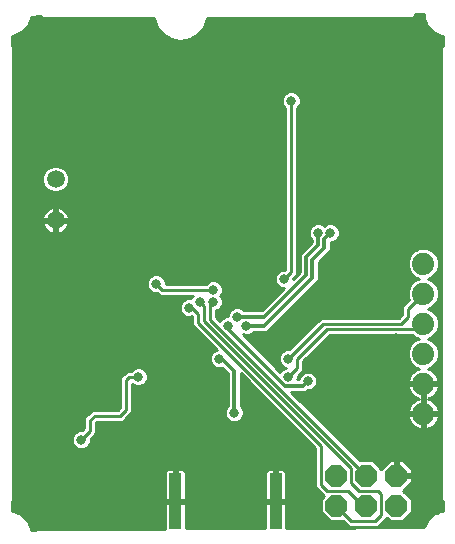
<source format=gbl>
G75*
G70*
%OFA0B0*%
%FSLAX24Y24*%
%IPPOS*%
%LPD*%
%AMOC8*
5,1,8,0,0,1.08239X$1,22.5*
%
%ADD10OC8,0.0740*%
%ADD11C,0.0740*%
%ADD12R,0.0394X0.1870*%
%ADD13C,0.0594*%
%ADD14C,0.0320*%
%ADD15C,0.0100*%
%ADD16C,0.0120*%
D10*
X017387Y005846D03*
X018387Y005846D03*
X019387Y005846D03*
X019387Y006846D03*
X018387Y006846D03*
X017387Y006846D03*
D11*
X020287Y008915D03*
X020287Y009915D03*
X020287Y010915D03*
X020287Y011915D03*
X020287Y012915D03*
X020287Y013915D03*
D12*
X015360Y005991D03*
X012014Y005991D03*
D13*
X008026Y015357D03*
X008026Y016735D03*
D14*
X008887Y018346D03*
X009387Y018346D03*
X009887Y018346D03*
X011187Y020446D03*
X011987Y020646D03*
X011987Y020146D03*
X012487Y020646D03*
X012487Y021146D03*
X011987Y021146D03*
X012987Y019246D03*
X012987Y018546D03*
X012987Y017846D03*
X012987Y017146D03*
X012987Y016446D03*
X013687Y016446D03*
X014387Y016446D03*
X015087Y016446D03*
X015087Y017146D03*
X014387Y017146D03*
X014387Y017846D03*
X015087Y017846D03*
X015087Y018546D03*
X014387Y018546D03*
X013687Y018546D03*
X013687Y017846D03*
X013687Y017146D03*
X011987Y016746D03*
X013687Y019246D03*
X014387Y019246D03*
X015087Y019246D03*
X015387Y020146D03*
X015387Y020646D03*
X015387Y021146D03*
X014887Y021146D03*
X014887Y021646D03*
X015887Y019346D03*
X016487Y019346D03*
X016487Y018646D03*
X016487Y017946D03*
X016487Y017246D03*
X016487Y016546D03*
X017187Y016546D03*
X017187Y017246D03*
X017187Y017946D03*
X017887Y017946D03*
X017887Y017246D03*
X017887Y016546D03*
X018587Y016546D03*
X018587Y017246D03*
X018587Y017946D03*
X018587Y018646D03*
X017887Y018646D03*
X017887Y019346D03*
X017187Y019346D03*
X017187Y018646D03*
X019387Y018196D03*
X017187Y014946D03*
X016787Y014946D03*
X016987Y013546D03*
X015637Y013396D03*
X014387Y012546D03*
X014087Y012146D03*
X013787Y011846D03*
X013287Y012646D03*
X013287Y013046D03*
X012837Y012646D03*
X012487Y012446D03*
X012487Y011546D03*
X013487Y010746D03*
X014387Y011846D03*
X015787Y010746D03*
X015787Y010146D03*
X016437Y009996D03*
X015137Y008646D03*
X014887Y007846D03*
X015687Y007346D03*
X015987Y006746D03*
X015987Y006246D03*
X015987Y005746D03*
X015987Y005246D03*
X012987Y008146D03*
X012287Y008146D03*
X011587Y008146D03*
X011387Y006746D03*
X011387Y006246D03*
X011387Y005746D03*
X011387Y005246D03*
X009487Y008246D03*
X008887Y008046D03*
X007887Y007646D03*
X006987Y007146D03*
X008887Y009746D03*
X010787Y010146D03*
X010987Y011046D03*
X011387Y013246D03*
X013987Y008946D03*
X018937Y014796D03*
X019387Y012846D03*
X019387Y012346D03*
X019387Y011446D03*
X019387Y010746D03*
X019587Y021946D03*
X016987Y021946D03*
D15*
X006587Y006008D02*
X006587Y005668D01*
X006615Y005668D01*
X006887Y005555D01*
X007096Y005347D01*
X007208Y005075D01*
X007208Y005051D01*
X007555Y005053D01*
X007585Y005082D01*
X007587Y005082D01*
X007588Y005084D01*
X007651Y005082D01*
X011667Y005082D01*
X011667Y005943D01*
X011965Y005943D01*
X011965Y006040D01*
X011965Y007076D01*
X011797Y007076D01*
X011759Y007066D01*
X011725Y007046D01*
X011697Y007018D01*
X011677Y006984D01*
X011667Y006946D01*
X011667Y006040D01*
X011965Y006040D01*
X012062Y006040D01*
X012062Y007076D01*
X012230Y007076D01*
X012268Y007066D01*
X012303Y007046D01*
X012330Y007018D01*
X012350Y006984D01*
X012360Y006946D01*
X012360Y006040D01*
X012062Y006040D01*
X012062Y005943D01*
X012360Y005943D01*
X012360Y005086D01*
X015013Y005105D01*
X015013Y005943D01*
X015312Y005943D01*
X015312Y006040D01*
X015312Y007076D01*
X015143Y007076D01*
X015105Y007066D01*
X015071Y007046D01*
X015043Y007018D01*
X015023Y006984D01*
X015013Y006946D01*
X015013Y006040D01*
X015312Y006040D01*
X015408Y006040D01*
X015408Y007076D01*
X015577Y007076D01*
X015615Y007066D01*
X015649Y007046D01*
X015677Y007018D01*
X015697Y006984D01*
X015707Y006946D01*
X015707Y006040D01*
X015408Y006040D01*
X015408Y005943D01*
X015707Y005943D01*
X015707Y005110D01*
X020322Y005142D01*
X020407Y005347D01*
X020615Y005555D01*
X020888Y005668D01*
X020936Y005668D01*
X020936Y005987D01*
X020924Y006000D01*
X020880Y006044D01*
X020880Y006046D01*
X020879Y006047D01*
X020880Y006110D01*
X020880Y021068D01*
X020879Y021130D01*
X020880Y021132D01*
X020880Y021133D01*
X020924Y021178D01*
X020936Y021190D01*
X020936Y021510D01*
X020888Y021510D01*
X020615Y021622D01*
X020407Y021831D01*
X020294Y022103D01*
X020294Y022242D01*
X020009Y022240D01*
X020009Y022186D01*
X020008Y022185D01*
X020007Y022183D01*
X019962Y022140D01*
X019918Y022095D01*
X019916Y022095D01*
X019915Y022094D01*
X019852Y022095D01*
X013074Y022095D01*
X013074Y022090D01*
X012968Y021798D01*
X012968Y021798D01*
X012768Y021559D01*
X012768Y021559D01*
X012498Y021403D01*
X012191Y021349D01*
X011884Y021403D01*
X011614Y021559D01*
X011614Y021559D01*
X011414Y021798D01*
X011414Y021798D01*
X011307Y022090D01*
X011307Y022095D01*
X007651Y022095D01*
X007588Y022094D01*
X007587Y022095D01*
X007585Y022095D01*
X007540Y022140D01*
X007527Y022153D01*
X007208Y022151D01*
X007208Y022103D01*
X007096Y021831D01*
X006887Y021622D01*
X006615Y021510D01*
X006587Y021510D01*
X006587Y021169D01*
X006623Y021133D01*
X006623Y021132D01*
X006624Y021130D01*
X006623Y021068D01*
X006623Y006110D01*
X006624Y006047D01*
X006623Y006046D01*
X006623Y006044D01*
X006587Y006008D01*
X006590Y006012D02*
X011965Y006012D01*
X012062Y006012D02*
X015312Y006012D01*
X015408Y006012D02*
X016867Y006012D01*
X016867Y006062D02*
X016867Y005631D01*
X017171Y005326D01*
X017602Y005326D01*
X017613Y005337D01*
X017687Y005263D01*
X017804Y005146D01*
X018770Y005146D01*
X019061Y005437D01*
X019171Y005326D01*
X019602Y005326D01*
X019907Y005631D01*
X019907Y006062D01*
X019622Y006346D01*
X019907Y006631D01*
X019907Y006796D01*
X019437Y006796D01*
X019437Y006896D01*
X019907Y006896D01*
X019907Y007062D01*
X019602Y007366D01*
X019437Y007366D01*
X019437Y006896D01*
X019337Y006896D01*
X019337Y007366D01*
X019171Y007366D01*
X018887Y007082D01*
X018602Y007366D01*
X018171Y007366D01*
X018161Y007355D01*
X015880Y009636D01*
X016374Y009636D01*
X016424Y009686D01*
X016498Y009686D01*
X016612Y009733D01*
X016700Y009821D01*
X016747Y009935D01*
X016747Y010058D01*
X016700Y010172D01*
X016612Y010259D01*
X016498Y010306D01*
X016375Y010306D01*
X016261Y010259D01*
X016174Y010172D01*
X016127Y010058D01*
X016127Y010056D01*
X016085Y010056D01*
X016097Y010085D01*
X016097Y010173D01*
X016170Y010246D01*
X016287Y010363D01*
X016287Y010663D01*
X017170Y011546D01*
X019920Y011546D01*
X019992Y011474D01*
X020135Y011415D01*
X019992Y011356D01*
X019846Y011209D01*
X019767Y011018D01*
X019767Y010811D01*
X019846Y010620D01*
X019992Y010474D01*
X020139Y010413D01*
X020087Y010397D01*
X020014Y010360D01*
X019948Y010311D01*
X019890Y010254D01*
X019842Y010187D01*
X019805Y010114D01*
X019780Y010037D01*
X019768Y009965D01*
X020237Y009965D01*
X020237Y009865D01*
X019768Y009865D01*
X019780Y009793D01*
X019805Y009715D01*
X019842Y009642D01*
X019890Y009576D01*
X019948Y009518D01*
X020014Y009470D01*
X020087Y009433D01*
X020143Y009415D01*
X020087Y009397D01*
X020014Y009360D01*
X019948Y009311D01*
X019890Y009254D01*
X019842Y009187D01*
X019805Y009114D01*
X019780Y009037D01*
X019768Y008965D01*
X020237Y008965D01*
X020237Y009433D01*
X020237Y009865D01*
X020337Y009865D01*
X020337Y009965D01*
X020805Y009965D01*
X020794Y010037D01*
X020769Y010114D01*
X020732Y010187D01*
X020683Y010254D01*
X020626Y010311D01*
X020559Y010360D01*
X020486Y010397D01*
X020435Y010413D01*
X020581Y010474D01*
X020728Y010620D01*
X020807Y010811D01*
X020807Y011018D01*
X020728Y011209D01*
X020581Y011356D01*
X020439Y011415D01*
X020581Y011474D01*
X020728Y011620D01*
X020807Y011811D01*
X020807Y012018D01*
X020728Y012209D01*
X020581Y012356D01*
X020439Y012415D01*
X020581Y012474D01*
X020728Y012620D01*
X020807Y012811D01*
X020807Y013018D01*
X020728Y013209D01*
X020581Y013356D01*
X020439Y013415D01*
X020581Y013474D01*
X020728Y013620D01*
X020807Y013811D01*
X020807Y014018D01*
X020728Y014209D01*
X020581Y014356D01*
X020390Y014435D01*
X020183Y014435D01*
X019992Y014356D01*
X019846Y014209D01*
X019767Y014018D01*
X019767Y013811D01*
X019846Y013620D01*
X019992Y013474D01*
X020135Y013415D01*
X019992Y013356D01*
X019846Y013209D01*
X019767Y013018D01*
X019767Y012811D01*
X019806Y012717D01*
X019587Y012498D01*
X019587Y012229D01*
X019472Y012115D01*
X016872Y012115D01*
X015814Y011056D01*
X015725Y011056D01*
X015611Y011009D01*
X015524Y010922D01*
X015477Y010808D01*
X015477Y010685D01*
X015524Y010571D01*
X015611Y010483D01*
X015701Y010446D01*
X015611Y010409D01*
X015524Y010322D01*
X015519Y010311D01*
X014272Y011558D01*
X014325Y011536D01*
X014448Y011536D01*
X014562Y011583D01*
X014615Y011636D01*
X015074Y011636D01*
X016674Y013236D01*
X016797Y013359D01*
X016797Y013959D01*
X017074Y014236D01*
X017197Y014359D01*
X017197Y014636D01*
X017248Y014636D01*
X017362Y014683D01*
X017450Y014771D01*
X017497Y014885D01*
X017497Y015008D01*
X017450Y015122D01*
X017362Y015209D01*
X017248Y015256D01*
X017125Y015256D01*
X017011Y015209D01*
X016987Y015185D01*
X016962Y015209D01*
X016848Y015256D01*
X016725Y015256D01*
X016611Y015209D01*
X016524Y015122D01*
X016477Y015008D01*
X016477Y014885D01*
X016524Y014771D01*
X016577Y014718D01*
X016577Y014633D01*
X016300Y014356D01*
X016177Y014233D01*
X016177Y013633D01*
X015947Y013403D01*
X015947Y013423D01*
X015970Y013446D01*
X016087Y013563D01*
X016087Y019108D01*
X016150Y019171D01*
X016197Y019285D01*
X016197Y019408D01*
X016150Y019522D01*
X016062Y019609D01*
X015948Y019656D01*
X015825Y019656D01*
X015711Y019609D01*
X015624Y019522D01*
X015577Y019408D01*
X015577Y019285D01*
X015624Y019171D01*
X015687Y019108D01*
X015687Y013729D01*
X015664Y013706D01*
X015575Y013706D01*
X015461Y013659D01*
X015374Y013572D01*
X015327Y013458D01*
X015327Y013335D01*
X015374Y013221D01*
X015461Y013133D01*
X015575Y013086D01*
X015630Y013086D01*
X014900Y012356D01*
X014315Y012356D01*
X014262Y012409D01*
X014148Y012456D01*
X014025Y012456D01*
X013911Y012409D01*
X013824Y012322D01*
X013777Y012208D01*
X013777Y012156D01*
X013725Y012156D01*
X013611Y012109D01*
X013524Y012022D01*
X013515Y012001D01*
X013387Y012129D01*
X013387Y012352D01*
X013462Y012383D01*
X013550Y012471D01*
X013597Y012585D01*
X013597Y012708D01*
X013550Y012822D01*
X013525Y012846D01*
X013550Y012871D01*
X013597Y012985D01*
X013597Y013108D01*
X013550Y013222D01*
X013462Y013309D01*
X013348Y013356D01*
X013225Y013356D01*
X013111Y013309D01*
X013048Y013246D01*
X011697Y013246D01*
X011697Y013308D01*
X011650Y013422D01*
X011562Y013509D01*
X011448Y013556D01*
X011325Y013556D01*
X011211Y013509D01*
X011124Y013422D01*
X011077Y013308D01*
X011077Y013185D01*
X011124Y013071D01*
X011211Y012983D01*
X011325Y012936D01*
X011414Y012936D01*
X011504Y012846D01*
X012598Y012846D01*
X012574Y012822D01*
X012547Y012756D01*
X012425Y012756D01*
X012311Y012709D01*
X012224Y012622D01*
X012177Y012508D01*
X012177Y012385D01*
X012224Y012271D01*
X012311Y012183D01*
X012425Y012136D01*
X012548Y012136D01*
X012587Y012152D01*
X012587Y011863D01*
X012704Y011746D01*
X013403Y011047D01*
X013311Y011009D01*
X013224Y010922D01*
X013177Y010808D01*
X013177Y010685D01*
X013224Y010571D01*
X013311Y010483D01*
X013425Y010436D01*
X013548Y010436D01*
X013585Y010451D01*
X013777Y010259D01*
X013777Y009175D01*
X013724Y009122D01*
X013677Y009008D01*
X013677Y008885D01*
X013724Y008771D01*
X013811Y008683D01*
X013925Y008636D01*
X014048Y008636D01*
X014162Y008683D01*
X014250Y008771D01*
X014297Y008885D01*
X014297Y009008D01*
X014250Y009122D01*
X014197Y009175D01*
X014197Y010253D01*
X016687Y007763D01*
X016687Y006463D01*
X016887Y006263D01*
X016978Y006173D01*
X016867Y006062D01*
X016915Y006110D02*
X015707Y006110D01*
X015707Y006209D02*
X016941Y006209D01*
X016843Y006307D02*
X015707Y006307D01*
X015707Y006406D02*
X016744Y006406D01*
X016687Y006504D02*
X015707Y006504D01*
X015707Y006603D02*
X016687Y006603D01*
X016687Y006701D02*
X015707Y006701D01*
X015707Y006800D02*
X016687Y006800D01*
X016687Y006898D02*
X015707Y006898D01*
X015689Y006997D02*
X016687Y006997D01*
X016687Y007095D02*
X006623Y007095D01*
X006623Y006997D02*
X011684Y006997D01*
X011667Y006898D02*
X006623Y006898D01*
X006623Y006800D02*
X011667Y006800D01*
X011667Y006701D02*
X006623Y006701D01*
X006623Y006603D02*
X011667Y006603D01*
X011667Y006504D02*
X006623Y006504D01*
X006623Y006406D02*
X011667Y006406D01*
X011667Y006307D02*
X006623Y006307D01*
X006623Y006209D02*
X011667Y006209D01*
X011667Y006110D02*
X006623Y006110D01*
X006587Y005913D02*
X011667Y005913D01*
X011667Y005815D02*
X006587Y005815D01*
X006587Y005716D02*
X011667Y005716D01*
X011667Y005618D02*
X006736Y005618D01*
X006923Y005519D02*
X011667Y005519D01*
X011667Y005421D02*
X007022Y005421D01*
X007106Y005322D02*
X011667Y005322D01*
X011667Y005224D02*
X007147Y005224D01*
X007188Y005125D02*
X011667Y005125D01*
X012360Y005125D02*
X015013Y005125D01*
X015013Y005224D02*
X012360Y005224D01*
X012360Y005322D02*
X015013Y005322D01*
X015013Y005421D02*
X012360Y005421D01*
X012360Y005519D02*
X015013Y005519D01*
X015013Y005618D02*
X012360Y005618D01*
X012360Y005716D02*
X015013Y005716D01*
X015013Y005815D02*
X012360Y005815D01*
X012360Y005913D02*
X015013Y005913D01*
X015013Y006110D02*
X012360Y006110D01*
X012360Y006209D02*
X015013Y006209D01*
X015013Y006307D02*
X012360Y006307D01*
X012360Y006406D02*
X015013Y006406D01*
X015013Y006504D02*
X012360Y006504D01*
X012360Y006603D02*
X015013Y006603D01*
X015013Y006701D02*
X012360Y006701D01*
X012360Y006800D02*
X015013Y006800D01*
X015013Y006898D02*
X012360Y006898D01*
X012343Y006997D02*
X015031Y006997D01*
X015312Y006997D02*
X015408Y006997D01*
X015408Y006898D02*
X015312Y006898D01*
X015312Y006800D02*
X015408Y006800D01*
X015408Y006701D02*
X015312Y006701D01*
X015312Y006603D02*
X015408Y006603D01*
X015408Y006504D02*
X015312Y006504D01*
X015312Y006406D02*
X015408Y006406D01*
X015408Y006307D02*
X015312Y006307D01*
X015312Y006209D02*
X015408Y006209D01*
X015408Y006110D02*
X015312Y006110D01*
X015707Y005913D02*
X016867Y005913D01*
X016867Y005815D02*
X015707Y005815D01*
X015707Y005716D02*
X016867Y005716D01*
X016880Y005618D02*
X015707Y005618D01*
X015707Y005519D02*
X016978Y005519D01*
X017077Y005421D02*
X015707Y005421D01*
X015707Y005322D02*
X017628Y005322D01*
X017726Y005224D02*
X015707Y005224D01*
X015707Y005125D02*
X017924Y005125D01*
X017887Y005346D02*
X018687Y005346D01*
X018887Y005546D01*
X018887Y006246D01*
X018787Y006346D01*
X018137Y006346D01*
X017887Y006596D01*
X017887Y007096D01*
X012987Y011996D01*
X012987Y012496D01*
X012837Y012646D01*
X012568Y012808D02*
X006623Y012808D01*
X006623Y012710D02*
X012313Y012710D01*
X012220Y012611D02*
X006623Y012611D01*
X006623Y012513D02*
X012179Y012513D01*
X012177Y012414D02*
X006623Y012414D01*
X006623Y012316D02*
X012205Y012316D01*
X012277Y012217D02*
X006623Y012217D01*
X006623Y012119D02*
X012587Y012119D01*
X012587Y012020D02*
X006623Y012020D01*
X006623Y011922D02*
X012587Y011922D01*
X012627Y011823D02*
X006623Y011823D01*
X006623Y011725D02*
X012725Y011725D01*
X012824Y011626D02*
X006623Y011626D01*
X006623Y011528D02*
X012922Y011528D01*
X013021Y011429D02*
X006623Y011429D01*
X006623Y011331D02*
X013119Y011331D01*
X013218Y011232D02*
X006623Y011232D01*
X006623Y011134D02*
X013316Y011134D01*
X013375Y011035D02*
X006623Y011035D01*
X006623Y010937D02*
X013239Y010937D01*
X013189Y010838D02*
X006623Y010838D01*
X006623Y010740D02*
X013177Y010740D01*
X013195Y010641D02*
X006623Y010641D01*
X006623Y010543D02*
X013252Y010543D01*
X013406Y010444D02*
X010877Y010444D01*
X010848Y010456D02*
X010725Y010456D01*
X010611Y010409D01*
X010548Y010346D01*
X010404Y010346D01*
X010304Y010246D01*
X010187Y010129D01*
X010187Y009129D01*
X010104Y009046D01*
X009245Y009046D01*
X009104Y008905D01*
X008987Y008788D01*
X008987Y008429D01*
X008914Y008356D01*
X008825Y008356D01*
X008711Y008309D01*
X008624Y008222D01*
X008577Y008108D01*
X008577Y007985D01*
X008624Y007871D01*
X008711Y007783D01*
X008825Y007736D01*
X008948Y007736D01*
X009062Y007783D01*
X009150Y007871D01*
X009197Y007985D01*
X009197Y008073D01*
X009387Y008263D01*
X009387Y008622D01*
X009411Y008646D01*
X010270Y008646D01*
X010387Y008763D01*
X010587Y008963D01*
X010587Y009908D01*
X010611Y009883D01*
X010725Y009836D01*
X010848Y009836D01*
X010962Y009883D01*
X011050Y009971D01*
X011097Y010085D01*
X011097Y010208D01*
X011050Y010322D01*
X010962Y010409D01*
X010848Y010456D01*
X010696Y010444D02*
X006623Y010444D01*
X006623Y010346D02*
X010403Y010346D01*
X010305Y010247D02*
X006623Y010247D01*
X006623Y010149D02*
X010206Y010149D01*
X010187Y010050D02*
X006623Y010050D01*
X006623Y009952D02*
X010187Y009952D01*
X010187Y009853D02*
X006623Y009853D01*
X006623Y009755D02*
X010187Y009755D01*
X010187Y009656D02*
X006623Y009656D01*
X006623Y009558D02*
X010187Y009558D01*
X010187Y009459D02*
X006623Y009459D01*
X006623Y009361D02*
X010187Y009361D01*
X010187Y009262D02*
X006623Y009262D01*
X006623Y009164D02*
X010187Y009164D01*
X010123Y009065D02*
X006623Y009065D01*
X006623Y008967D02*
X009166Y008967D01*
X009067Y008868D02*
X006623Y008868D01*
X006623Y008770D02*
X008987Y008770D01*
X008987Y008671D02*
X006623Y008671D01*
X006623Y008573D02*
X008987Y008573D01*
X008987Y008474D02*
X006623Y008474D01*
X006623Y008376D02*
X008933Y008376D01*
X009187Y008346D02*
X008887Y008046D01*
X008606Y008179D02*
X006623Y008179D01*
X006623Y008277D02*
X008679Y008277D01*
X008577Y008080D02*
X006623Y008080D01*
X006623Y007982D02*
X008578Y007982D01*
X008619Y007883D02*
X006623Y007883D01*
X006623Y007785D02*
X008710Y007785D01*
X009064Y007785D02*
X016665Y007785D01*
X016687Y007686D02*
X006623Y007686D01*
X006623Y007588D02*
X016687Y007588D01*
X016687Y007489D02*
X006623Y007489D01*
X006623Y007391D02*
X016687Y007391D01*
X016687Y007292D02*
X006623Y007292D01*
X006623Y007194D02*
X016687Y007194D01*
X016887Y006546D02*
X017087Y006346D01*
X017787Y006346D01*
X018287Y005846D01*
X018387Y005846D01*
X017887Y005346D02*
X017387Y005846D01*
X016887Y006546D02*
X016887Y007846D01*
X012787Y011946D01*
X012787Y012246D01*
X012587Y012446D01*
X012487Y012446D01*
X013103Y013301D02*
X011697Y013301D01*
X011659Y013399D02*
X015327Y013399D01*
X015341Y013301D02*
X013471Y013301D01*
X013558Y013202D02*
X015392Y013202D01*
X015533Y013104D02*
X013597Y013104D01*
X013597Y013005D02*
X015549Y013005D01*
X015450Y012907D02*
X013565Y012907D01*
X013555Y012808D02*
X015352Y012808D01*
X015253Y012710D02*
X013596Y012710D01*
X013597Y012611D02*
X015155Y012611D01*
X015056Y012513D02*
X013567Y012513D01*
X013493Y012414D02*
X013924Y012414D01*
X013821Y012316D02*
X013387Y012316D01*
X013387Y012217D02*
X013781Y012217D01*
X013635Y012119D02*
X013397Y012119D01*
X013496Y012020D02*
X013523Y012020D01*
X013187Y012046D02*
X013187Y012546D01*
X013287Y012646D01*
X013287Y013046D02*
X011587Y013046D01*
X011387Y013246D01*
X011110Y013104D02*
X006623Y013104D01*
X006623Y013202D02*
X011077Y013202D01*
X011077Y013301D02*
X006623Y013301D01*
X006623Y013399D02*
X011115Y013399D01*
X011200Y013498D02*
X006623Y013498D01*
X006623Y013596D02*
X015398Y013596D01*
X015343Y013498D02*
X011574Y013498D01*
X011443Y012907D02*
X006623Y012907D01*
X006623Y013005D02*
X011189Y013005D01*
X011026Y010346D02*
X013690Y010346D01*
X013777Y010247D02*
X011081Y010247D01*
X011097Y010149D02*
X013777Y010149D01*
X013777Y010050D02*
X011083Y010050D01*
X011031Y009952D02*
X013777Y009952D01*
X013777Y009853D02*
X010890Y009853D01*
X010684Y009853D02*
X010587Y009853D01*
X010587Y009755D02*
X013777Y009755D01*
X013777Y009656D02*
X010587Y009656D01*
X010587Y009558D02*
X013777Y009558D01*
X013777Y009459D02*
X010587Y009459D01*
X010587Y009361D02*
X013777Y009361D01*
X013777Y009262D02*
X010587Y009262D01*
X010587Y009164D02*
X013766Y009164D01*
X013701Y009065D02*
X010587Y009065D01*
X010587Y008967D02*
X013677Y008967D01*
X013684Y008868D02*
X010492Y008868D01*
X010393Y008770D02*
X013725Y008770D01*
X013841Y008671D02*
X010295Y008671D01*
X010187Y008846D02*
X009328Y008846D01*
X009187Y008705D01*
X009187Y008346D01*
X009387Y008376D02*
X016074Y008376D01*
X015976Y008474D02*
X009387Y008474D01*
X009387Y008573D02*
X015877Y008573D01*
X015779Y008671D02*
X014133Y008671D01*
X014249Y008770D02*
X015680Y008770D01*
X015582Y008868D02*
X014290Y008868D01*
X014297Y008967D02*
X015483Y008967D01*
X015385Y009065D02*
X014273Y009065D01*
X014208Y009164D02*
X015286Y009164D01*
X015188Y009262D02*
X014197Y009262D01*
X014197Y009361D02*
X015089Y009361D01*
X014991Y009459D02*
X014197Y009459D01*
X014197Y009558D02*
X014892Y009558D01*
X014794Y009656D02*
X014197Y009656D01*
X014197Y009755D02*
X014695Y009755D01*
X014597Y009853D02*
X014197Y009853D01*
X014197Y009952D02*
X014498Y009952D01*
X014400Y010050D02*
X014197Y010050D01*
X014197Y010149D02*
X014301Y010149D01*
X014203Y010247D02*
X014197Y010247D01*
X014795Y011035D02*
X015675Y011035D01*
X015539Y010937D02*
X014893Y010937D01*
X014992Y010838D02*
X015489Y010838D01*
X015477Y010740D02*
X015090Y010740D01*
X015189Y010641D02*
X015495Y010641D01*
X015552Y010543D02*
X015287Y010543D01*
X015386Y010444D02*
X015696Y010444D01*
X015548Y010346D02*
X015484Y010346D01*
X015787Y010146D02*
X016087Y010446D01*
X016087Y010746D01*
X017087Y011746D01*
X020118Y011746D01*
X020287Y011915D01*
X020635Y011528D02*
X020880Y011528D01*
X020880Y011626D02*
X020730Y011626D01*
X020771Y011725D02*
X020880Y011725D01*
X020880Y011823D02*
X020807Y011823D01*
X020807Y011922D02*
X020880Y011922D01*
X020880Y012020D02*
X020806Y012020D01*
X020765Y012119D02*
X020880Y012119D01*
X020880Y012217D02*
X020720Y012217D01*
X020621Y012316D02*
X020880Y012316D01*
X020880Y012414D02*
X020440Y012414D01*
X020620Y012513D02*
X020880Y012513D01*
X020880Y012611D02*
X020719Y012611D01*
X020765Y012710D02*
X020880Y012710D01*
X020880Y012808D02*
X020806Y012808D01*
X020807Y012907D02*
X020880Y012907D01*
X020880Y013005D02*
X020807Y013005D01*
X020771Y013104D02*
X020880Y013104D01*
X020880Y013202D02*
X020731Y013202D01*
X020636Y013301D02*
X020880Y013301D01*
X020880Y013399D02*
X020476Y013399D01*
X020605Y013498D02*
X020880Y013498D01*
X020880Y013596D02*
X020704Y013596D01*
X020759Y013695D02*
X020880Y013695D01*
X020880Y013793D02*
X020799Y013793D01*
X020807Y013892D02*
X020880Y013892D01*
X020880Y013990D02*
X020807Y013990D01*
X020778Y014089D02*
X020880Y014089D01*
X020880Y014187D02*
X020737Y014187D01*
X020651Y014286D02*
X020880Y014286D01*
X020880Y014384D02*
X020512Y014384D01*
X020880Y014483D02*
X017197Y014483D01*
X017197Y014581D02*
X020880Y014581D01*
X020880Y014680D02*
X017354Y014680D01*
X017453Y014778D02*
X020880Y014778D01*
X020880Y014877D02*
X017494Y014877D01*
X017497Y014975D02*
X020880Y014975D01*
X020880Y015074D02*
X017470Y015074D01*
X017399Y015172D02*
X020880Y015172D01*
X020880Y015271D02*
X016087Y015271D01*
X016087Y015369D02*
X020880Y015369D01*
X020880Y015468D02*
X016087Y015468D01*
X016087Y015566D02*
X020880Y015566D01*
X020880Y015665D02*
X016087Y015665D01*
X016087Y015763D02*
X020880Y015763D01*
X020880Y015862D02*
X016087Y015862D01*
X016087Y015960D02*
X020880Y015960D01*
X020880Y016059D02*
X016087Y016059D01*
X016087Y016157D02*
X020880Y016157D01*
X020880Y016256D02*
X016087Y016256D01*
X016087Y016354D02*
X020880Y016354D01*
X020880Y016453D02*
X016087Y016453D01*
X016087Y016551D02*
X020880Y016551D01*
X020880Y016650D02*
X016087Y016650D01*
X016087Y016748D02*
X020880Y016748D01*
X020880Y016847D02*
X016087Y016847D01*
X016087Y016945D02*
X020880Y016945D01*
X020880Y017044D02*
X016087Y017044D01*
X016087Y017142D02*
X020880Y017142D01*
X020880Y017241D02*
X016087Y017241D01*
X016087Y017339D02*
X020880Y017339D01*
X020880Y017438D02*
X016087Y017438D01*
X016087Y017536D02*
X020880Y017536D01*
X020880Y017635D02*
X016087Y017635D01*
X016087Y017733D02*
X020880Y017733D01*
X020880Y017832D02*
X016087Y017832D01*
X016087Y017930D02*
X020880Y017930D01*
X020880Y018029D02*
X016087Y018029D01*
X016087Y018127D02*
X020880Y018127D01*
X020880Y018226D02*
X016087Y018226D01*
X016087Y018324D02*
X020880Y018324D01*
X020880Y018423D02*
X016087Y018423D01*
X016087Y018521D02*
X020880Y018521D01*
X020880Y018620D02*
X016087Y018620D01*
X016087Y018718D02*
X020880Y018718D01*
X020880Y018817D02*
X016087Y018817D01*
X016087Y018915D02*
X020880Y018915D01*
X020880Y019014D02*
X016087Y019014D01*
X016091Y019112D02*
X020880Y019112D01*
X020880Y019211D02*
X016166Y019211D01*
X016197Y019309D02*
X020880Y019309D01*
X020880Y019408D02*
X016197Y019408D01*
X016156Y019506D02*
X020880Y019506D01*
X020880Y019605D02*
X016067Y019605D01*
X015887Y019346D02*
X015887Y013646D01*
X015637Y013396D01*
X015547Y013695D02*
X006623Y013695D01*
X006623Y013793D02*
X015687Y013793D01*
X015687Y013892D02*
X006623Y013892D01*
X006623Y013990D02*
X015687Y013990D01*
X015687Y014089D02*
X006623Y014089D01*
X006623Y014187D02*
X015687Y014187D01*
X015687Y014286D02*
X006623Y014286D01*
X006623Y014384D02*
X015687Y014384D01*
X015687Y014483D02*
X006623Y014483D01*
X006623Y014581D02*
X015687Y014581D01*
X015687Y014680D02*
X006623Y014680D01*
X006623Y014778D02*
X015687Y014778D01*
X015687Y014877D02*
X006623Y014877D01*
X006623Y014975D02*
X007792Y014975D01*
X007855Y014943D01*
X007922Y014921D01*
X007978Y014913D01*
X007978Y015309D01*
X008075Y015309D01*
X008075Y015406D01*
X008471Y015406D01*
X008462Y015462D01*
X008440Y015529D01*
X008408Y015591D01*
X008367Y015648D01*
X008317Y015698D01*
X008260Y015739D01*
X008198Y015771D01*
X008131Y015793D01*
X008075Y015802D01*
X008075Y015406D01*
X007978Y015406D01*
X007978Y015802D01*
X007922Y015793D01*
X007855Y015771D01*
X007792Y015739D01*
X007735Y015698D01*
X007685Y015648D01*
X007644Y015591D01*
X007612Y015529D01*
X007590Y015462D01*
X007581Y015406D01*
X007978Y015406D01*
X007978Y015309D01*
X007581Y015309D01*
X007590Y015253D01*
X007612Y015186D01*
X007644Y015123D01*
X007685Y015066D01*
X007735Y015016D01*
X007792Y014975D01*
X007680Y015074D02*
X006623Y015074D01*
X006623Y015172D02*
X007619Y015172D01*
X007587Y015271D02*
X006623Y015271D01*
X006623Y015369D02*
X007978Y015369D01*
X008075Y015369D02*
X015687Y015369D01*
X015687Y015271D02*
X008465Y015271D01*
X008462Y015253D02*
X008471Y015309D01*
X008075Y015309D01*
X008075Y014913D01*
X008131Y014921D01*
X008198Y014943D01*
X008260Y014975D01*
X008317Y015016D01*
X008367Y015066D01*
X008408Y015123D01*
X008440Y015186D01*
X008462Y015253D01*
X008433Y015172D02*
X015687Y015172D01*
X015687Y015074D02*
X008373Y015074D01*
X008261Y014975D02*
X015687Y014975D01*
X015687Y015468D02*
X008460Y015468D01*
X008421Y015566D02*
X015687Y015566D01*
X015687Y015665D02*
X008351Y015665D01*
X008214Y015763D02*
X015687Y015763D01*
X015687Y015862D02*
X006623Y015862D01*
X006623Y015960D02*
X015687Y015960D01*
X015687Y016059D02*
X006623Y016059D01*
X006623Y016157D02*
X015687Y016157D01*
X015687Y016256D02*
X006623Y016256D01*
X006623Y016354D02*
X007778Y016354D01*
X007773Y016356D02*
X007937Y016288D01*
X008115Y016288D01*
X008279Y016356D01*
X008405Y016482D01*
X008473Y016646D01*
X008473Y016824D01*
X008405Y016988D01*
X008279Y017114D01*
X008115Y017182D01*
X007937Y017182D01*
X007773Y017114D01*
X007647Y016988D01*
X007579Y016824D01*
X007579Y016646D01*
X007647Y016482D01*
X007773Y016356D01*
X007677Y016453D02*
X006623Y016453D01*
X006623Y016551D02*
X007619Y016551D01*
X007579Y016650D02*
X006623Y016650D01*
X006623Y016748D02*
X007579Y016748D01*
X007589Y016847D02*
X006623Y016847D01*
X006623Y016945D02*
X007630Y016945D01*
X007703Y017044D02*
X006623Y017044D01*
X006623Y017142D02*
X007841Y017142D01*
X008211Y017142D02*
X015687Y017142D01*
X015687Y017044D02*
X008350Y017044D01*
X008423Y016945D02*
X015687Y016945D01*
X015687Y016847D02*
X008464Y016847D01*
X008473Y016748D02*
X015687Y016748D01*
X015687Y016650D02*
X008473Y016650D01*
X008434Y016551D02*
X015687Y016551D01*
X015687Y016453D02*
X008376Y016453D01*
X008274Y016354D02*
X015687Y016354D01*
X015687Y017241D02*
X006623Y017241D01*
X006623Y017339D02*
X015687Y017339D01*
X015687Y017438D02*
X006623Y017438D01*
X006623Y017536D02*
X015687Y017536D01*
X015687Y017635D02*
X006623Y017635D01*
X006623Y017733D02*
X015687Y017733D01*
X015687Y017832D02*
X006623Y017832D01*
X006623Y017930D02*
X015687Y017930D01*
X015687Y018029D02*
X006623Y018029D01*
X006623Y018127D02*
X015687Y018127D01*
X015687Y018226D02*
X006623Y018226D01*
X006623Y018324D02*
X015687Y018324D01*
X015687Y018423D02*
X006623Y018423D01*
X006623Y018521D02*
X015687Y018521D01*
X015687Y018620D02*
X006623Y018620D01*
X006623Y018718D02*
X015687Y018718D01*
X015687Y018817D02*
X006623Y018817D01*
X006623Y018915D02*
X015687Y018915D01*
X015687Y019014D02*
X006623Y019014D01*
X006623Y019112D02*
X015682Y019112D01*
X015607Y019211D02*
X006623Y019211D01*
X006623Y019309D02*
X015577Y019309D01*
X015577Y019408D02*
X006623Y019408D01*
X006623Y019506D02*
X015618Y019506D01*
X015707Y019605D02*
X006623Y019605D01*
X006623Y019703D02*
X020880Y019703D01*
X020880Y019802D02*
X006623Y019802D01*
X006623Y019900D02*
X020880Y019900D01*
X020880Y019999D02*
X006623Y019999D01*
X006623Y020097D02*
X020880Y020097D01*
X020880Y020196D02*
X006623Y020196D01*
X006623Y020294D02*
X020880Y020294D01*
X020880Y020393D02*
X006623Y020393D01*
X006623Y020491D02*
X020880Y020491D01*
X020880Y020590D02*
X006623Y020590D01*
X006623Y020688D02*
X020880Y020688D01*
X020880Y020787D02*
X006623Y020787D01*
X006623Y020885D02*
X020880Y020885D01*
X020880Y020984D02*
X006623Y020984D01*
X006623Y021082D02*
X020880Y021082D01*
X020927Y021181D02*
X006587Y021181D01*
X006587Y021279D02*
X020936Y021279D01*
X020936Y021378D02*
X012354Y021378D01*
X012624Y021476D02*
X020936Y021476D01*
X020730Y021575D02*
X012781Y021575D01*
X012864Y021673D02*
X020564Y021673D01*
X020466Y021772D02*
X012946Y021772D01*
X012994Y021870D02*
X020391Y021870D01*
X020350Y021969D02*
X013030Y021969D01*
X013066Y022067D02*
X020309Y022067D01*
X020294Y022166D02*
X019990Y022166D01*
X016574Y015172D02*
X016087Y015172D01*
X016087Y015074D02*
X016504Y015074D01*
X016477Y014975D02*
X016087Y014975D01*
X016087Y014877D02*
X016480Y014877D01*
X016521Y014778D02*
X016087Y014778D01*
X016087Y014680D02*
X016577Y014680D01*
X016525Y014581D02*
X016087Y014581D01*
X016087Y014483D02*
X016426Y014483D01*
X016328Y014384D02*
X016087Y014384D01*
X016087Y014286D02*
X016229Y014286D01*
X016177Y014187D02*
X016087Y014187D01*
X016087Y014089D02*
X016177Y014089D01*
X016177Y013990D02*
X016087Y013990D01*
X016087Y013892D02*
X016177Y013892D01*
X016177Y013793D02*
X016087Y013793D01*
X016087Y013695D02*
X016177Y013695D01*
X016140Y013596D02*
X016087Y013596D01*
X016041Y013498D02*
X016021Y013498D01*
X016443Y013005D02*
X019767Y013005D01*
X019767Y012907D02*
X016344Y012907D01*
X016246Y012808D02*
X019768Y012808D01*
X019799Y012710D02*
X016147Y012710D01*
X016049Y012611D02*
X019700Y012611D01*
X019602Y012513D02*
X015950Y012513D01*
X015852Y012414D02*
X019587Y012414D01*
X019587Y012316D02*
X015753Y012316D01*
X015655Y012217D02*
X019575Y012217D01*
X019476Y012119D02*
X015556Y012119D01*
X015458Y012020D02*
X016778Y012020D01*
X016679Y011922D02*
X015359Y011922D01*
X015261Y011823D02*
X016581Y011823D01*
X016482Y011725D02*
X015162Y011725D01*
X014696Y011134D02*
X015891Y011134D01*
X015990Y011232D02*
X014598Y011232D01*
X014499Y011331D02*
X016088Y011331D01*
X016187Y011429D02*
X014401Y011429D01*
X014302Y011528D02*
X016285Y011528D01*
X016384Y011626D02*
X014605Y011626D01*
X014958Y012414D02*
X014250Y012414D01*
X013187Y012046D02*
X018387Y006846D01*
X018676Y007292D02*
X019097Y007292D01*
X018999Y007194D02*
X018775Y007194D01*
X018873Y007095D02*
X018900Y007095D01*
X019337Y007095D02*
X019437Y007095D01*
X019437Y006997D02*
X019337Y006997D01*
X019337Y006898D02*
X019437Y006898D01*
X019437Y006800D02*
X020880Y006800D01*
X020880Y006898D02*
X019907Y006898D01*
X019907Y006997D02*
X020880Y006997D01*
X020880Y007095D02*
X019873Y007095D01*
X019775Y007194D02*
X020880Y007194D01*
X020880Y007292D02*
X019676Y007292D01*
X019437Y007292D02*
X019337Y007292D01*
X019337Y007194D02*
X019437Y007194D01*
X019907Y006701D02*
X020880Y006701D01*
X020880Y006603D02*
X019879Y006603D01*
X019780Y006504D02*
X020880Y006504D01*
X020880Y006406D02*
X019682Y006406D01*
X019661Y006307D02*
X020880Y006307D01*
X020880Y006209D02*
X019760Y006209D01*
X019858Y006110D02*
X020880Y006110D01*
X020912Y006012D02*
X019907Y006012D01*
X019907Y005913D02*
X020936Y005913D01*
X020936Y005815D02*
X019907Y005815D01*
X019907Y005716D02*
X020936Y005716D01*
X020766Y005618D02*
X019894Y005618D01*
X019795Y005519D02*
X020579Y005519D01*
X020481Y005421D02*
X019697Y005421D01*
X019077Y005421D02*
X019044Y005421D01*
X018946Y005322D02*
X020397Y005322D01*
X020356Y005224D02*
X018847Y005224D01*
X018125Y007391D02*
X020880Y007391D01*
X020880Y007489D02*
X018027Y007489D01*
X017928Y007588D02*
X020880Y007588D01*
X020880Y007686D02*
X017830Y007686D01*
X017731Y007785D02*
X020880Y007785D01*
X020880Y007883D02*
X017633Y007883D01*
X017534Y007982D02*
X020880Y007982D01*
X020880Y008080D02*
X017436Y008080D01*
X017337Y008179D02*
X020880Y008179D01*
X020880Y008277D02*
X017239Y008277D01*
X017140Y008376D02*
X020880Y008376D01*
X020880Y008474D02*
X020565Y008474D01*
X020559Y008470D02*
X020626Y008518D01*
X020683Y008576D01*
X020732Y008642D01*
X020769Y008715D01*
X020794Y008793D01*
X020805Y008865D01*
X020337Y008865D01*
X020337Y008965D01*
X020237Y008965D01*
X020237Y008865D01*
X019768Y008865D01*
X019780Y008793D01*
X019805Y008715D01*
X019842Y008642D01*
X019890Y008576D01*
X019948Y008518D01*
X020014Y008470D01*
X020087Y008433D01*
X020165Y008408D01*
X020237Y008396D01*
X020237Y008865D01*
X020337Y008865D01*
X020337Y008396D01*
X020409Y008408D01*
X020486Y008433D01*
X020559Y008470D01*
X020680Y008573D02*
X020880Y008573D01*
X020880Y008671D02*
X020746Y008671D01*
X020786Y008770D02*
X020880Y008770D01*
X020880Y008868D02*
X020337Y008868D01*
X020337Y008965D02*
X020805Y008965D01*
X020794Y009037D01*
X020769Y009114D01*
X020732Y009187D01*
X020683Y009254D01*
X020626Y009311D01*
X020559Y009360D01*
X020486Y009397D01*
X020431Y009415D01*
X020486Y009433D01*
X020559Y009470D01*
X020626Y009518D01*
X020683Y009576D01*
X020732Y009642D01*
X020769Y009715D01*
X020794Y009793D01*
X020805Y009865D01*
X020337Y009865D01*
X020337Y008965D01*
X020337Y008967D02*
X020237Y008967D01*
X020237Y009065D02*
X020337Y009065D01*
X020337Y009164D02*
X020237Y009164D01*
X020237Y009262D02*
X020337Y009262D01*
X020337Y009361D02*
X020237Y009361D01*
X020237Y009459D02*
X020337Y009459D01*
X020337Y009558D02*
X020237Y009558D01*
X020237Y009656D02*
X020337Y009656D01*
X020337Y009755D02*
X020237Y009755D01*
X020237Y009853D02*
X020337Y009853D01*
X020337Y009952D02*
X020880Y009952D01*
X020880Y010050D02*
X020790Y010050D01*
X020751Y010149D02*
X020880Y010149D01*
X020880Y010247D02*
X020688Y010247D01*
X020578Y010346D02*
X020880Y010346D01*
X020880Y010444D02*
X020510Y010444D01*
X020650Y010543D02*
X020880Y010543D01*
X020880Y010641D02*
X020736Y010641D01*
X020777Y010740D02*
X020880Y010740D01*
X020880Y010838D02*
X020807Y010838D01*
X020807Y010937D02*
X020880Y010937D01*
X020880Y011035D02*
X020800Y011035D01*
X020759Y011134D02*
X020880Y011134D01*
X020880Y011232D02*
X020705Y011232D01*
X020606Y011331D02*
X020880Y011331D01*
X020880Y011429D02*
X020474Y011429D01*
X020100Y011429D02*
X017053Y011429D01*
X017151Y011528D02*
X019938Y011528D01*
X019967Y011331D02*
X016954Y011331D01*
X016856Y011232D02*
X019869Y011232D01*
X019815Y011134D02*
X016757Y011134D01*
X016659Y011035D02*
X019774Y011035D01*
X019767Y010937D02*
X016560Y010937D01*
X016462Y010838D02*
X019767Y010838D01*
X019796Y010740D02*
X016363Y010740D01*
X016287Y010641D02*
X019837Y010641D01*
X019923Y010543D02*
X016287Y010543D01*
X016287Y010444D02*
X020064Y010444D01*
X019995Y010346D02*
X016269Y010346D01*
X016249Y010247D02*
X016171Y010247D01*
X016164Y010149D02*
X016097Y010149D01*
X016394Y009656D02*
X019835Y009656D01*
X019792Y009755D02*
X016634Y009755D01*
X016713Y009853D02*
X019770Y009853D01*
X019784Y010050D02*
X016747Y010050D01*
X016747Y009952D02*
X020237Y009952D01*
X019822Y010149D02*
X016709Y010149D01*
X016624Y010247D02*
X019886Y010247D01*
X019908Y009558D02*
X015958Y009558D01*
X016057Y009459D02*
X020035Y009459D01*
X020017Y009361D02*
X016155Y009361D01*
X016254Y009262D02*
X019899Y009262D01*
X019830Y009164D02*
X016352Y009164D01*
X016451Y009065D02*
X019789Y009065D01*
X019769Y008967D02*
X016549Y008967D01*
X016648Y008868D02*
X020237Y008868D01*
X020237Y008770D02*
X020337Y008770D01*
X020337Y008671D02*
X020237Y008671D01*
X020237Y008573D02*
X020337Y008573D01*
X020337Y008474D02*
X020237Y008474D01*
X020008Y008474D02*
X017042Y008474D01*
X016943Y008573D02*
X019893Y008573D01*
X019827Y008671D02*
X016845Y008671D01*
X016746Y008770D02*
X019787Y008770D01*
X020557Y009361D02*
X020880Y009361D01*
X020880Y009459D02*
X020538Y009459D01*
X020665Y009558D02*
X020880Y009558D01*
X020880Y009656D02*
X020739Y009656D01*
X020782Y009755D02*
X020880Y009755D01*
X020880Y009853D02*
X020804Y009853D01*
X020880Y009262D02*
X020675Y009262D01*
X020744Y009164D02*
X020880Y009164D01*
X020880Y009065D02*
X020785Y009065D01*
X020805Y008967D02*
X020880Y008967D01*
X019555Y011915D02*
X016955Y011915D01*
X015787Y010746D01*
X016541Y013104D02*
X019802Y013104D01*
X019843Y013202D02*
X016640Y013202D01*
X016738Y013301D02*
X019937Y013301D01*
X020098Y013399D02*
X016797Y013399D01*
X016797Y013498D02*
X019968Y013498D01*
X019870Y013596D02*
X016797Y013596D01*
X016797Y013695D02*
X019815Y013695D01*
X019774Y013793D02*
X016797Y013793D01*
X016797Y013892D02*
X019767Y013892D01*
X019767Y013990D02*
X016828Y013990D01*
X016926Y014089D02*
X019796Y014089D01*
X019837Y014187D02*
X017025Y014187D01*
X017123Y014286D02*
X019922Y014286D01*
X020062Y014384D02*
X017197Y014384D01*
X019555Y011915D02*
X019787Y012146D01*
X019787Y012415D01*
X020287Y012915D01*
X016370Y008080D02*
X009204Y008080D01*
X009196Y007982D02*
X016468Y007982D01*
X016567Y007883D02*
X009155Y007883D01*
X009302Y008179D02*
X016271Y008179D01*
X016173Y008277D02*
X009387Y008277D01*
X010187Y008846D02*
X010387Y009046D01*
X010387Y010046D01*
X010487Y010146D01*
X010787Y010146D01*
X011965Y006997D02*
X012062Y006997D01*
X012062Y006898D02*
X011965Y006898D01*
X011965Y006800D02*
X012062Y006800D01*
X012062Y006701D02*
X011965Y006701D01*
X011965Y006603D02*
X012062Y006603D01*
X012062Y006504D02*
X011965Y006504D01*
X011965Y006406D02*
X012062Y006406D01*
X012062Y006307D02*
X011965Y006307D01*
X011965Y006209D02*
X012062Y006209D01*
X012062Y006110D02*
X011965Y006110D01*
X013568Y010444D02*
X013592Y010444D01*
X008075Y014975D02*
X007978Y014975D01*
X007978Y015074D02*
X008075Y015074D01*
X008075Y015172D02*
X007978Y015172D01*
X007978Y015271D02*
X008075Y015271D01*
X008075Y015468D02*
X007978Y015468D01*
X007978Y015566D02*
X008075Y015566D01*
X008075Y015665D02*
X007978Y015665D01*
X007978Y015763D02*
X008075Y015763D01*
X007839Y015763D02*
X006623Y015763D01*
X006623Y015665D02*
X007702Y015665D01*
X007631Y015566D02*
X006623Y015566D01*
X006623Y015468D02*
X007592Y015468D01*
X006587Y021378D02*
X012027Y021378D01*
X011757Y021476D02*
X006587Y021476D01*
X006773Y021575D02*
X011601Y021575D01*
X011614Y021559D02*
X011614Y021559D01*
X011518Y021673D02*
X006938Y021673D01*
X007037Y021772D02*
X011435Y021772D01*
X011387Y021870D02*
X007112Y021870D01*
X007153Y021969D02*
X011351Y021969D01*
X011316Y022067D02*
X007194Y022067D01*
D16*
X014087Y012146D02*
X014987Y012146D01*
X016387Y013546D01*
X016387Y014146D01*
X016787Y014546D01*
X016787Y014946D01*
X016987Y014746D02*
X017187Y014946D01*
X016987Y014746D02*
X016987Y014446D01*
X016587Y014046D01*
X016587Y013446D01*
X014987Y011846D01*
X014387Y011846D01*
X013787Y011846D02*
X013787Y011746D01*
X015687Y009846D01*
X016287Y009846D01*
X016437Y009996D01*
X013987Y010346D02*
X013987Y008946D01*
X013987Y010346D02*
X013587Y010746D01*
X013487Y010746D01*
M02*

</source>
